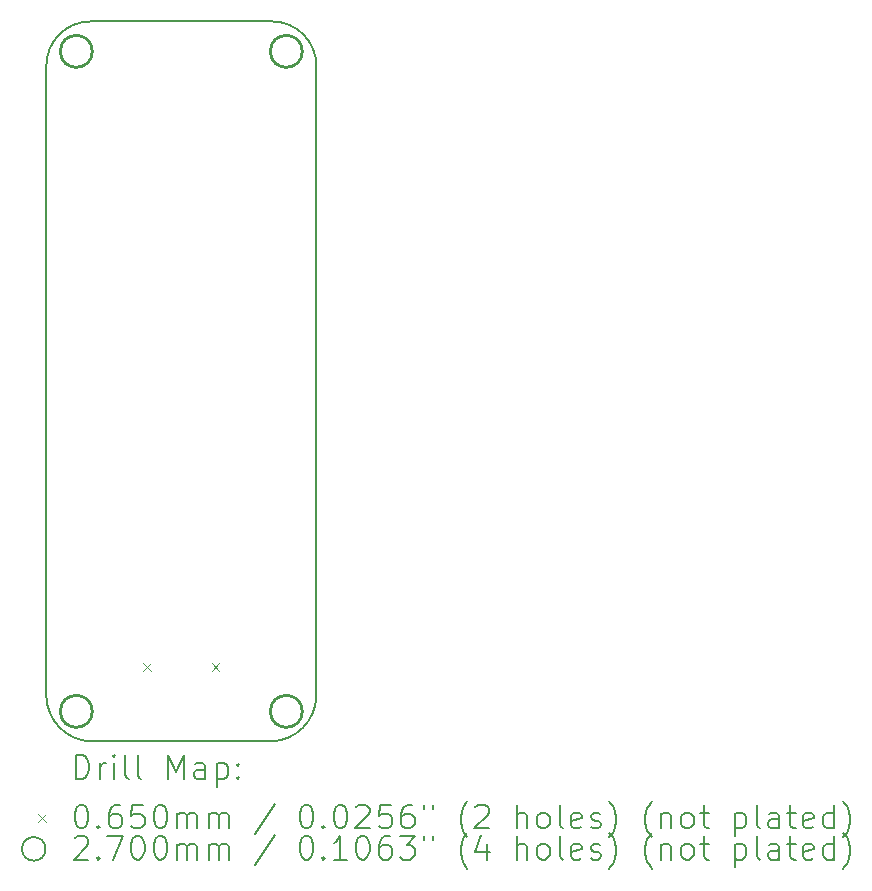
<source format=gbr>
%FSLAX45Y45*%
G04 Gerber Fmt 4.5, Leading zero omitted, Abs format (unit mm)*
G04 Created by KiCad (PCBNEW (6.0.5)) date 2022-10-28 12:11:36*
%MOMM*%
%LPD*%
G01*
G04 APERTURE LIST*
%TA.AperFunction,Profile*%
%ADD10C,0.127000*%
%TD*%
%ADD11C,0.200000*%
%ADD12C,0.065000*%
%ADD13C,0.270000*%
G04 APERTURE END LIST*
D10*
X8001000Y-13462000D02*
X6477000Y-13462000D01*
X8382000Y-7747000D02*
X8382000Y-13081000D01*
X6477000Y-7366000D02*
X8001000Y-7366000D01*
X6096000Y-13081000D02*
X6096000Y-7747000D01*
X6096000Y-13081000D02*
G75*
G03*
X6477000Y-13462000I391950J10950D01*
G01*
X6477000Y-7366000D02*
G75*
G03*
X6096000Y-7747000I-5570J-375430D01*
G01*
X8382000Y-7747000D02*
G75*
G03*
X8001000Y-7366000I-375430J5570D01*
G01*
X8001000Y-13462000D02*
G75*
G03*
X8382000Y-13081000I-10950J391950D01*
G01*
D11*
D12*
X6917500Y-12801200D02*
X6982500Y-12866200D01*
X6982500Y-12801200D02*
X6917500Y-12866200D01*
X7495500Y-12801200D02*
X7560500Y-12866200D01*
X7560500Y-12801200D02*
X7495500Y-12866200D01*
D13*
X6485000Y-7620000D02*
G75*
G03*
X6485000Y-7620000I-135000J0D01*
G01*
X6485000Y-13208000D02*
G75*
G03*
X6485000Y-13208000I-135000J0D01*
G01*
X8263000Y-7620000D02*
G75*
G03*
X8263000Y-7620000I-135000J0D01*
G01*
X8263000Y-13208000D02*
G75*
G03*
X8263000Y-13208000I-135000J0D01*
G01*
D11*
X6347228Y-13778826D02*
X6347228Y-13578826D01*
X6394847Y-13578826D01*
X6423418Y-13588350D01*
X6442466Y-13607398D01*
X6451990Y-13626445D01*
X6461513Y-13664540D01*
X6461513Y-13693112D01*
X6451990Y-13731207D01*
X6442466Y-13750255D01*
X6423418Y-13769302D01*
X6394847Y-13778826D01*
X6347228Y-13778826D01*
X6547228Y-13778826D02*
X6547228Y-13645493D01*
X6547228Y-13683588D02*
X6556751Y-13664540D01*
X6566275Y-13655017D01*
X6585323Y-13645493D01*
X6604371Y-13645493D01*
X6671037Y-13778826D02*
X6671037Y-13645493D01*
X6671037Y-13578826D02*
X6661513Y-13588350D01*
X6671037Y-13597874D01*
X6680561Y-13588350D01*
X6671037Y-13578826D01*
X6671037Y-13597874D01*
X6794847Y-13778826D02*
X6775799Y-13769302D01*
X6766275Y-13750255D01*
X6766275Y-13578826D01*
X6899609Y-13778826D02*
X6880561Y-13769302D01*
X6871037Y-13750255D01*
X6871037Y-13578826D01*
X7128180Y-13778826D02*
X7128180Y-13578826D01*
X7194847Y-13721683D01*
X7261513Y-13578826D01*
X7261513Y-13778826D01*
X7442466Y-13778826D02*
X7442466Y-13674064D01*
X7432942Y-13655017D01*
X7413894Y-13645493D01*
X7375799Y-13645493D01*
X7356751Y-13655017D01*
X7442466Y-13769302D02*
X7423418Y-13778826D01*
X7375799Y-13778826D01*
X7356751Y-13769302D01*
X7347228Y-13750255D01*
X7347228Y-13731207D01*
X7356751Y-13712159D01*
X7375799Y-13702636D01*
X7423418Y-13702636D01*
X7442466Y-13693112D01*
X7537704Y-13645493D02*
X7537704Y-13845493D01*
X7537704Y-13655017D02*
X7556751Y-13645493D01*
X7594847Y-13645493D01*
X7613894Y-13655017D01*
X7623418Y-13664540D01*
X7632942Y-13683588D01*
X7632942Y-13740731D01*
X7623418Y-13759778D01*
X7613894Y-13769302D01*
X7594847Y-13778826D01*
X7556751Y-13778826D01*
X7537704Y-13769302D01*
X7718656Y-13759778D02*
X7728180Y-13769302D01*
X7718656Y-13778826D01*
X7709132Y-13769302D01*
X7718656Y-13759778D01*
X7718656Y-13778826D01*
X7718656Y-13655017D02*
X7728180Y-13664540D01*
X7718656Y-13674064D01*
X7709132Y-13664540D01*
X7718656Y-13655017D01*
X7718656Y-13674064D01*
D12*
X6024609Y-14075850D02*
X6089609Y-14140850D01*
X6089609Y-14075850D02*
X6024609Y-14140850D01*
D11*
X6385323Y-13998826D02*
X6404371Y-13998826D01*
X6423418Y-14008350D01*
X6432942Y-14017874D01*
X6442466Y-14036921D01*
X6451990Y-14075017D01*
X6451990Y-14122636D01*
X6442466Y-14160731D01*
X6432942Y-14179778D01*
X6423418Y-14189302D01*
X6404371Y-14198826D01*
X6385323Y-14198826D01*
X6366275Y-14189302D01*
X6356751Y-14179778D01*
X6347228Y-14160731D01*
X6337704Y-14122636D01*
X6337704Y-14075017D01*
X6347228Y-14036921D01*
X6356751Y-14017874D01*
X6366275Y-14008350D01*
X6385323Y-13998826D01*
X6537704Y-14179778D02*
X6547228Y-14189302D01*
X6537704Y-14198826D01*
X6528180Y-14189302D01*
X6537704Y-14179778D01*
X6537704Y-14198826D01*
X6718656Y-13998826D02*
X6680561Y-13998826D01*
X6661513Y-14008350D01*
X6651990Y-14017874D01*
X6632942Y-14046445D01*
X6623418Y-14084540D01*
X6623418Y-14160731D01*
X6632942Y-14179778D01*
X6642466Y-14189302D01*
X6661513Y-14198826D01*
X6699609Y-14198826D01*
X6718656Y-14189302D01*
X6728180Y-14179778D01*
X6737704Y-14160731D01*
X6737704Y-14113112D01*
X6728180Y-14094064D01*
X6718656Y-14084540D01*
X6699609Y-14075017D01*
X6661513Y-14075017D01*
X6642466Y-14084540D01*
X6632942Y-14094064D01*
X6623418Y-14113112D01*
X6918656Y-13998826D02*
X6823418Y-13998826D01*
X6813894Y-14094064D01*
X6823418Y-14084540D01*
X6842466Y-14075017D01*
X6890085Y-14075017D01*
X6909132Y-14084540D01*
X6918656Y-14094064D01*
X6928180Y-14113112D01*
X6928180Y-14160731D01*
X6918656Y-14179778D01*
X6909132Y-14189302D01*
X6890085Y-14198826D01*
X6842466Y-14198826D01*
X6823418Y-14189302D01*
X6813894Y-14179778D01*
X7051990Y-13998826D02*
X7071037Y-13998826D01*
X7090085Y-14008350D01*
X7099609Y-14017874D01*
X7109132Y-14036921D01*
X7118656Y-14075017D01*
X7118656Y-14122636D01*
X7109132Y-14160731D01*
X7099609Y-14179778D01*
X7090085Y-14189302D01*
X7071037Y-14198826D01*
X7051990Y-14198826D01*
X7032942Y-14189302D01*
X7023418Y-14179778D01*
X7013894Y-14160731D01*
X7004371Y-14122636D01*
X7004371Y-14075017D01*
X7013894Y-14036921D01*
X7023418Y-14017874D01*
X7032942Y-14008350D01*
X7051990Y-13998826D01*
X7204371Y-14198826D02*
X7204371Y-14065493D01*
X7204371Y-14084540D02*
X7213894Y-14075017D01*
X7232942Y-14065493D01*
X7261513Y-14065493D01*
X7280561Y-14075017D01*
X7290085Y-14094064D01*
X7290085Y-14198826D01*
X7290085Y-14094064D02*
X7299609Y-14075017D01*
X7318656Y-14065493D01*
X7347228Y-14065493D01*
X7366275Y-14075017D01*
X7375799Y-14094064D01*
X7375799Y-14198826D01*
X7471037Y-14198826D02*
X7471037Y-14065493D01*
X7471037Y-14084540D02*
X7480561Y-14075017D01*
X7499609Y-14065493D01*
X7528180Y-14065493D01*
X7547228Y-14075017D01*
X7556751Y-14094064D01*
X7556751Y-14198826D01*
X7556751Y-14094064D02*
X7566275Y-14075017D01*
X7585323Y-14065493D01*
X7613894Y-14065493D01*
X7632942Y-14075017D01*
X7642466Y-14094064D01*
X7642466Y-14198826D01*
X8032942Y-13989302D02*
X7861513Y-14246445D01*
X8290085Y-13998826D02*
X8309132Y-13998826D01*
X8328180Y-14008350D01*
X8337704Y-14017874D01*
X8347228Y-14036921D01*
X8356751Y-14075017D01*
X8356751Y-14122636D01*
X8347228Y-14160731D01*
X8337704Y-14179778D01*
X8328180Y-14189302D01*
X8309132Y-14198826D01*
X8290085Y-14198826D01*
X8271037Y-14189302D01*
X8261513Y-14179778D01*
X8251990Y-14160731D01*
X8242466Y-14122636D01*
X8242466Y-14075017D01*
X8251990Y-14036921D01*
X8261513Y-14017874D01*
X8271037Y-14008350D01*
X8290085Y-13998826D01*
X8442466Y-14179778D02*
X8451990Y-14189302D01*
X8442466Y-14198826D01*
X8432942Y-14189302D01*
X8442466Y-14179778D01*
X8442466Y-14198826D01*
X8575799Y-13998826D02*
X8594847Y-13998826D01*
X8613894Y-14008350D01*
X8623418Y-14017874D01*
X8632942Y-14036921D01*
X8642466Y-14075017D01*
X8642466Y-14122636D01*
X8632942Y-14160731D01*
X8623418Y-14179778D01*
X8613894Y-14189302D01*
X8594847Y-14198826D01*
X8575799Y-14198826D01*
X8556752Y-14189302D01*
X8547228Y-14179778D01*
X8537704Y-14160731D01*
X8528180Y-14122636D01*
X8528180Y-14075017D01*
X8537704Y-14036921D01*
X8547228Y-14017874D01*
X8556752Y-14008350D01*
X8575799Y-13998826D01*
X8718656Y-14017874D02*
X8728180Y-14008350D01*
X8747228Y-13998826D01*
X8794847Y-13998826D01*
X8813894Y-14008350D01*
X8823418Y-14017874D01*
X8832942Y-14036921D01*
X8832942Y-14055969D01*
X8823418Y-14084540D01*
X8709133Y-14198826D01*
X8832942Y-14198826D01*
X9013894Y-13998826D02*
X8918656Y-13998826D01*
X8909133Y-14094064D01*
X8918656Y-14084540D01*
X8937704Y-14075017D01*
X8985323Y-14075017D01*
X9004371Y-14084540D01*
X9013894Y-14094064D01*
X9023418Y-14113112D01*
X9023418Y-14160731D01*
X9013894Y-14179778D01*
X9004371Y-14189302D01*
X8985323Y-14198826D01*
X8937704Y-14198826D01*
X8918656Y-14189302D01*
X8909133Y-14179778D01*
X9194847Y-13998826D02*
X9156752Y-13998826D01*
X9137704Y-14008350D01*
X9128180Y-14017874D01*
X9109133Y-14046445D01*
X9099609Y-14084540D01*
X9099609Y-14160731D01*
X9109133Y-14179778D01*
X9118656Y-14189302D01*
X9137704Y-14198826D01*
X9175799Y-14198826D01*
X9194847Y-14189302D01*
X9204371Y-14179778D01*
X9213894Y-14160731D01*
X9213894Y-14113112D01*
X9204371Y-14094064D01*
X9194847Y-14084540D01*
X9175799Y-14075017D01*
X9137704Y-14075017D01*
X9118656Y-14084540D01*
X9109133Y-14094064D01*
X9099609Y-14113112D01*
X9290085Y-13998826D02*
X9290085Y-14036921D01*
X9366275Y-13998826D02*
X9366275Y-14036921D01*
X9661513Y-14275017D02*
X9651990Y-14265493D01*
X9632942Y-14236921D01*
X9623418Y-14217874D01*
X9613894Y-14189302D01*
X9604371Y-14141683D01*
X9604371Y-14103588D01*
X9613894Y-14055969D01*
X9623418Y-14027398D01*
X9632942Y-14008350D01*
X9651990Y-13979778D01*
X9661513Y-13970255D01*
X9728180Y-14017874D02*
X9737704Y-14008350D01*
X9756752Y-13998826D01*
X9804371Y-13998826D01*
X9823418Y-14008350D01*
X9832942Y-14017874D01*
X9842466Y-14036921D01*
X9842466Y-14055969D01*
X9832942Y-14084540D01*
X9718656Y-14198826D01*
X9842466Y-14198826D01*
X10080561Y-14198826D02*
X10080561Y-13998826D01*
X10166275Y-14198826D02*
X10166275Y-14094064D01*
X10156752Y-14075017D01*
X10137704Y-14065493D01*
X10109133Y-14065493D01*
X10090085Y-14075017D01*
X10080561Y-14084540D01*
X10290085Y-14198826D02*
X10271037Y-14189302D01*
X10261513Y-14179778D01*
X10251990Y-14160731D01*
X10251990Y-14103588D01*
X10261513Y-14084540D01*
X10271037Y-14075017D01*
X10290085Y-14065493D01*
X10318656Y-14065493D01*
X10337704Y-14075017D01*
X10347228Y-14084540D01*
X10356752Y-14103588D01*
X10356752Y-14160731D01*
X10347228Y-14179778D01*
X10337704Y-14189302D01*
X10318656Y-14198826D01*
X10290085Y-14198826D01*
X10471037Y-14198826D02*
X10451990Y-14189302D01*
X10442466Y-14170255D01*
X10442466Y-13998826D01*
X10623418Y-14189302D02*
X10604371Y-14198826D01*
X10566275Y-14198826D01*
X10547228Y-14189302D01*
X10537704Y-14170255D01*
X10537704Y-14094064D01*
X10547228Y-14075017D01*
X10566275Y-14065493D01*
X10604371Y-14065493D01*
X10623418Y-14075017D01*
X10632942Y-14094064D01*
X10632942Y-14113112D01*
X10537704Y-14132159D01*
X10709133Y-14189302D02*
X10728180Y-14198826D01*
X10766275Y-14198826D01*
X10785323Y-14189302D01*
X10794847Y-14170255D01*
X10794847Y-14160731D01*
X10785323Y-14141683D01*
X10766275Y-14132159D01*
X10737704Y-14132159D01*
X10718656Y-14122636D01*
X10709133Y-14103588D01*
X10709133Y-14094064D01*
X10718656Y-14075017D01*
X10737704Y-14065493D01*
X10766275Y-14065493D01*
X10785323Y-14075017D01*
X10861513Y-14275017D02*
X10871037Y-14265493D01*
X10890085Y-14236921D01*
X10899609Y-14217874D01*
X10909133Y-14189302D01*
X10918656Y-14141683D01*
X10918656Y-14103588D01*
X10909133Y-14055969D01*
X10899609Y-14027398D01*
X10890085Y-14008350D01*
X10871037Y-13979778D01*
X10861513Y-13970255D01*
X11223418Y-14275017D02*
X11213894Y-14265493D01*
X11194847Y-14236921D01*
X11185323Y-14217874D01*
X11175799Y-14189302D01*
X11166275Y-14141683D01*
X11166275Y-14103588D01*
X11175799Y-14055969D01*
X11185323Y-14027398D01*
X11194847Y-14008350D01*
X11213894Y-13979778D01*
X11223418Y-13970255D01*
X11299609Y-14065493D02*
X11299609Y-14198826D01*
X11299609Y-14084540D02*
X11309132Y-14075017D01*
X11328180Y-14065493D01*
X11356751Y-14065493D01*
X11375799Y-14075017D01*
X11385323Y-14094064D01*
X11385323Y-14198826D01*
X11509132Y-14198826D02*
X11490085Y-14189302D01*
X11480561Y-14179778D01*
X11471037Y-14160731D01*
X11471037Y-14103588D01*
X11480561Y-14084540D01*
X11490085Y-14075017D01*
X11509132Y-14065493D01*
X11537704Y-14065493D01*
X11556751Y-14075017D01*
X11566275Y-14084540D01*
X11575799Y-14103588D01*
X11575799Y-14160731D01*
X11566275Y-14179778D01*
X11556751Y-14189302D01*
X11537704Y-14198826D01*
X11509132Y-14198826D01*
X11632942Y-14065493D02*
X11709132Y-14065493D01*
X11661513Y-13998826D02*
X11661513Y-14170255D01*
X11671037Y-14189302D01*
X11690085Y-14198826D01*
X11709132Y-14198826D01*
X11928180Y-14065493D02*
X11928180Y-14265493D01*
X11928180Y-14075017D02*
X11947228Y-14065493D01*
X11985323Y-14065493D01*
X12004371Y-14075017D01*
X12013894Y-14084540D01*
X12023418Y-14103588D01*
X12023418Y-14160731D01*
X12013894Y-14179778D01*
X12004371Y-14189302D01*
X11985323Y-14198826D01*
X11947228Y-14198826D01*
X11928180Y-14189302D01*
X12137704Y-14198826D02*
X12118656Y-14189302D01*
X12109132Y-14170255D01*
X12109132Y-13998826D01*
X12299609Y-14198826D02*
X12299609Y-14094064D01*
X12290085Y-14075017D01*
X12271037Y-14065493D01*
X12232942Y-14065493D01*
X12213894Y-14075017D01*
X12299609Y-14189302D02*
X12280561Y-14198826D01*
X12232942Y-14198826D01*
X12213894Y-14189302D01*
X12204371Y-14170255D01*
X12204371Y-14151207D01*
X12213894Y-14132159D01*
X12232942Y-14122636D01*
X12280561Y-14122636D01*
X12299609Y-14113112D01*
X12366275Y-14065493D02*
X12442466Y-14065493D01*
X12394847Y-13998826D02*
X12394847Y-14170255D01*
X12404371Y-14189302D01*
X12423418Y-14198826D01*
X12442466Y-14198826D01*
X12585323Y-14189302D02*
X12566275Y-14198826D01*
X12528180Y-14198826D01*
X12509132Y-14189302D01*
X12499609Y-14170255D01*
X12499609Y-14094064D01*
X12509132Y-14075017D01*
X12528180Y-14065493D01*
X12566275Y-14065493D01*
X12585323Y-14075017D01*
X12594847Y-14094064D01*
X12594847Y-14113112D01*
X12499609Y-14132159D01*
X12766275Y-14198826D02*
X12766275Y-13998826D01*
X12766275Y-14189302D02*
X12747228Y-14198826D01*
X12709132Y-14198826D01*
X12690085Y-14189302D01*
X12680561Y-14179778D01*
X12671037Y-14160731D01*
X12671037Y-14103588D01*
X12680561Y-14084540D01*
X12690085Y-14075017D01*
X12709132Y-14065493D01*
X12747228Y-14065493D01*
X12766275Y-14075017D01*
X12842466Y-14275017D02*
X12851990Y-14265493D01*
X12871037Y-14236921D01*
X12880561Y-14217874D01*
X12890085Y-14189302D01*
X12899609Y-14141683D01*
X12899609Y-14103588D01*
X12890085Y-14055969D01*
X12880561Y-14027398D01*
X12871037Y-14008350D01*
X12851990Y-13979778D01*
X12842466Y-13970255D01*
X6089609Y-14372350D02*
G75*
G03*
X6089609Y-14372350I-100000J0D01*
G01*
X6337704Y-14281874D02*
X6347228Y-14272350D01*
X6366275Y-14262826D01*
X6413894Y-14262826D01*
X6432942Y-14272350D01*
X6442466Y-14281874D01*
X6451990Y-14300921D01*
X6451990Y-14319969D01*
X6442466Y-14348540D01*
X6328180Y-14462826D01*
X6451990Y-14462826D01*
X6537704Y-14443778D02*
X6547228Y-14453302D01*
X6537704Y-14462826D01*
X6528180Y-14453302D01*
X6537704Y-14443778D01*
X6537704Y-14462826D01*
X6613894Y-14262826D02*
X6747228Y-14262826D01*
X6661513Y-14462826D01*
X6861513Y-14262826D02*
X6880561Y-14262826D01*
X6899609Y-14272350D01*
X6909132Y-14281874D01*
X6918656Y-14300921D01*
X6928180Y-14339017D01*
X6928180Y-14386636D01*
X6918656Y-14424731D01*
X6909132Y-14443778D01*
X6899609Y-14453302D01*
X6880561Y-14462826D01*
X6861513Y-14462826D01*
X6842466Y-14453302D01*
X6832942Y-14443778D01*
X6823418Y-14424731D01*
X6813894Y-14386636D01*
X6813894Y-14339017D01*
X6823418Y-14300921D01*
X6832942Y-14281874D01*
X6842466Y-14272350D01*
X6861513Y-14262826D01*
X7051990Y-14262826D02*
X7071037Y-14262826D01*
X7090085Y-14272350D01*
X7099609Y-14281874D01*
X7109132Y-14300921D01*
X7118656Y-14339017D01*
X7118656Y-14386636D01*
X7109132Y-14424731D01*
X7099609Y-14443778D01*
X7090085Y-14453302D01*
X7071037Y-14462826D01*
X7051990Y-14462826D01*
X7032942Y-14453302D01*
X7023418Y-14443778D01*
X7013894Y-14424731D01*
X7004371Y-14386636D01*
X7004371Y-14339017D01*
X7013894Y-14300921D01*
X7023418Y-14281874D01*
X7032942Y-14272350D01*
X7051990Y-14262826D01*
X7204371Y-14462826D02*
X7204371Y-14329493D01*
X7204371Y-14348540D02*
X7213894Y-14339017D01*
X7232942Y-14329493D01*
X7261513Y-14329493D01*
X7280561Y-14339017D01*
X7290085Y-14358064D01*
X7290085Y-14462826D01*
X7290085Y-14358064D02*
X7299609Y-14339017D01*
X7318656Y-14329493D01*
X7347228Y-14329493D01*
X7366275Y-14339017D01*
X7375799Y-14358064D01*
X7375799Y-14462826D01*
X7471037Y-14462826D02*
X7471037Y-14329493D01*
X7471037Y-14348540D02*
X7480561Y-14339017D01*
X7499609Y-14329493D01*
X7528180Y-14329493D01*
X7547228Y-14339017D01*
X7556751Y-14358064D01*
X7556751Y-14462826D01*
X7556751Y-14358064D02*
X7566275Y-14339017D01*
X7585323Y-14329493D01*
X7613894Y-14329493D01*
X7632942Y-14339017D01*
X7642466Y-14358064D01*
X7642466Y-14462826D01*
X8032942Y-14253302D02*
X7861513Y-14510445D01*
X8290085Y-14262826D02*
X8309132Y-14262826D01*
X8328180Y-14272350D01*
X8337704Y-14281874D01*
X8347228Y-14300921D01*
X8356751Y-14339017D01*
X8356751Y-14386636D01*
X8347228Y-14424731D01*
X8337704Y-14443778D01*
X8328180Y-14453302D01*
X8309132Y-14462826D01*
X8290085Y-14462826D01*
X8271037Y-14453302D01*
X8261513Y-14443778D01*
X8251990Y-14424731D01*
X8242466Y-14386636D01*
X8242466Y-14339017D01*
X8251990Y-14300921D01*
X8261513Y-14281874D01*
X8271037Y-14272350D01*
X8290085Y-14262826D01*
X8442466Y-14443778D02*
X8451990Y-14453302D01*
X8442466Y-14462826D01*
X8432942Y-14453302D01*
X8442466Y-14443778D01*
X8442466Y-14462826D01*
X8642466Y-14462826D02*
X8528180Y-14462826D01*
X8585323Y-14462826D02*
X8585323Y-14262826D01*
X8566275Y-14291398D01*
X8547228Y-14310445D01*
X8528180Y-14319969D01*
X8766275Y-14262826D02*
X8785323Y-14262826D01*
X8804371Y-14272350D01*
X8813894Y-14281874D01*
X8823418Y-14300921D01*
X8832942Y-14339017D01*
X8832942Y-14386636D01*
X8823418Y-14424731D01*
X8813894Y-14443778D01*
X8804371Y-14453302D01*
X8785323Y-14462826D01*
X8766275Y-14462826D01*
X8747228Y-14453302D01*
X8737704Y-14443778D01*
X8728180Y-14424731D01*
X8718656Y-14386636D01*
X8718656Y-14339017D01*
X8728180Y-14300921D01*
X8737704Y-14281874D01*
X8747228Y-14272350D01*
X8766275Y-14262826D01*
X9004371Y-14262826D02*
X8966275Y-14262826D01*
X8947228Y-14272350D01*
X8937704Y-14281874D01*
X8918656Y-14310445D01*
X8909133Y-14348540D01*
X8909133Y-14424731D01*
X8918656Y-14443778D01*
X8928180Y-14453302D01*
X8947228Y-14462826D01*
X8985323Y-14462826D01*
X9004371Y-14453302D01*
X9013894Y-14443778D01*
X9023418Y-14424731D01*
X9023418Y-14377112D01*
X9013894Y-14358064D01*
X9004371Y-14348540D01*
X8985323Y-14339017D01*
X8947228Y-14339017D01*
X8928180Y-14348540D01*
X8918656Y-14358064D01*
X8909133Y-14377112D01*
X9090085Y-14262826D02*
X9213894Y-14262826D01*
X9147228Y-14339017D01*
X9175799Y-14339017D01*
X9194847Y-14348540D01*
X9204371Y-14358064D01*
X9213894Y-14377112D01*
X9213894Y-14424731D01*
X9204371Y-14443778D01*
X9194847Y-14453302D01*
X9175799Y-14462826D01*
X9118656Y-14462826D01*
X9099609Y-14453302D01*
X9090085Y-14443778D01*
X9290085Y-14262826D02*
X9290085Y-14300921D01*
X9366275Y-14262826D02*
X9366275Y-14300921D01*
X9661513Y-14539017D02*
X9651990Y-14529493D01*
X9632942Y-14500921D01*
X9623418Y-14481874D01*
X9613894Y-14453302D01*
X9604371Y-14405683D01*
X9604371Y-14367588D01*
X9613894Y-14319969D01*
X9623418Y-14291398D01*
X9632942Y-14272350D01*
X9651990Y-14243778D01*
X9661513Y-14234255D01*
X9823418Y-14329493D02*
X9823418Y-14462826D01*
X9775799Y-14253302D02*
X9728180Y-14396159D01*
X9851990Y-14396159D01*
X10080561Y-14462826D02*
X10080561Y-14262826D01*
X10166275Y-14462826D02*
X10166275Y-14358064D01*
X10156752Y-14339017D01*
X10137704Y-14329493D01*
X10109133Y-14329493D01*
X10090085Y-14339017D01*
X10080561Y-14348540D01*
X10290085Y-14462826D02*
X10271037Y-14453302D01*
X10261513Y-14443778D01*
X10251990Y-14424731D01*
X10251990Y-14367588D01*
X10261513Y-14348540D01*
X10271037Y-14339017D01*
X10290085Y-14329493D01*
X10318656Y-14329493D01*
X10337704Y-14339017D01*
X10347228Y-14348540D01*
X10356752Y-14367588D01*
X10356752Y-14424731D01*
X10347228Y-14443778D01*
X10337704Y-14453302D01*
X10318656Y-14462826D01*
X10290085Y-14462826D01*
X10471037Y-14462826D02*
X10451990Y-14453302D01*
X10442466Y-14434255D01*
X10442466Y-14262826D01*
X10623418Y-14453302D02*
X10604371Y-14462826D01*
X10566275Y-14462826D01*
X10547228Y-14453302D01*
X10537704Y-14434255D01*
X10537704Y-14358064D01*
X10547228Y-14339017D01*
X10566275Y-14329493D01*
X10604371Y-14329493D01*
X10623418Y-14339017D01*
X10632942Y-14358064D01*
X10632942Y-14377112D01*
X10537704Y-14396159D01*
X10709133Y-14453302D02*
X10728180Y-14462826D01*
X10766275Y-14462826D01*
X10785323Y-14453302D01*
X10794847Y-14434255D01*
X10794847Y-14424731D01*
X10785323Y-14405683D01*
X10766275Y-14396159D01*
X10737704Y-14396159D01*
X10718656Y-14386636D01*
X10709133Y-14367588D01*
X10709133Y-14358064D01*
X10718656Y-14339017D01*
X10737704Y-14329493D01*
X10766275Y-14329493D01*
X10785323Y-14339017D01*
X10861513Y-14539017D02*
X10871037Y-14529493D01*
X10890085Y-14500921D01*
X10899609Y-14481874D01*
X10909133Y-14453302D01*
X10918656Y-14405683D01*
X10918656Y-14367588D01*
X10909133Y-14319969D01*
X10899609Y-14291398D01*
X10890085Y-14272350D01*
X10871037Y-14243778D01*
X10861513Y-14234255D01*
X11223418Y-14539017D02*
X11213894Y-14529493D01*
X11194847Y-14500921D01*
X11185323Y-14481874D01*
X11175799Y-14453302D01*
X11166275Y-14405683D01*
X11166275Y-14367588D01*
X11175799Y-14319969D01*
X11185323Y-14291398D01*
X11194847Y-14272350D01*
X11213894Y-14243778D01*
X11223418Y-14234255D01*
X11299609Y-14329493D02*
X11299609Y-14462826D01*
X11299609Y-14348540D02*
X11309132Y-14339017D01*
X11328180Y-14329493D01*
X11356751Y-14329493D01*
X11375799Y-14339017D01*
X11385323Y-14358064D01*
X11385323Y-14462826D01*
X11509132Y-14462826D02*
X11490085Y-14453302D01*
X11480561Y-14443778D01*
X11471037Y-14424731D01*
X11471037Y-14367588D01*
X11480561Y-14348540D01*
X11490085Y-14339017D01*
X11509132Y-14329493D01*
X11537704Y-14329493D01*
X11556751Y-14339017D01*
X11566275Y-14348540D01*
X11575799Y-14367588D01*
X11575799Y-14424731D01*
X11566275Y-14443778D01*
X11556751Y-14453302D01*
X11537704Y-14462826D01*
X11509132Y-14462826D01*
X11632942Y-14329493D02*
X11709132Y-14329493D01*
X11661513Y-14262826D02*
X11661513Y-14434255D01*
X11671037Y-14453302D01*
X11690085Y-14462826D01*
X11709132Y-14462826D01*
X11928180Y-14329493D02*
X11928180Y-14529493D01*
X11928180Y-14339017D02*
X11947228Y-14329493D01*
X11985323Y-14329493D01*
X12004371Y-14339017D01*
X12013894Y-14348540D01*
X12023418Y-14367588D01*
X12023418Y-14424731D01*
X12013894Y-14443778D01*
X12004371Y-14453302D01*
X11985323Y-14462826D01*
X11947228Y-14462826D01*
X11928180Y-14453302D01*
X12137704Y-14462826D02*
X12118656Y-14453302D01*
X12109132Y-14434255D01*
X12109132Y-14262826D01*
X12299609Y-14462826D02*
X12299609Y-14358064D01*
X12290085Y-14339017D01*
X12271037Y-14329493D01*
X12232942Y-14329493D01*
X12213894Y-14339017D01*
X12299609Y-14453302D02*
X12280561Y-14462826D01*
X12232942Y-14462826D01*
X12213894Y-14453302D01*
X12204371Y-14434255D01*
X12204371Y-14415207D01*
X12213894Y-14396159D01*
X12232942Y-14386636D01*
X12280561Y-14386636D01*
X12299609Y-14377112D01*
X12366275Y-14329493D02*
X12442466Y-14329493D01*
X12394847Y-14262826D02*
X12394847Y-14434255D01*
X12404371Y-14453302D01*
X12423418Y-14462826D01*
X12442466Y-14462826D01*
X12585323Y-14453302D02*
X12566275Y-14462826D01*
X12528180Y-14462826D01*
X12509132Y-14453302D01*
X12499609Y-14434255D01*
X12499609Y-14358064D01*
X12509132Y-14339017D01*
X12528180Y-14329493D01*
X12566275Y-14329493D01*
X12585323Y-14339017D01*
X12594847Y-14358064D01*
X12594847Y-14377112D01*
X12499609Y-14396159D01*
X12766275Y-14462826D02*
X12766275Y-14262826D01*
X12766275Y-14453302D02*
X12747228Y-14462826D01*
X12709132Y-14462826D01*
X12690085Y-14453302D01*
X12680561Y-14443778D01*
X12671037Y-14424731D01*
X12671037Y-14367588D01*
X12680561Y-14348540D01*
X12690085Y-14339017D01*
X12709132Y-14329493D01*
X12747228Y-14329493D01*
X12766275Y-14339017D01*
X12842466Y-14539017D02*
X12851990Y-14529493D01*
X12871037Y-14500921D01*
X12880561Y-14481874D01*
X12890085Y-14453302D01*
X12899609Y-14405683D01*
X12899609Y-14367588D01*
X12890085Y-14319969D01*
X12880561Y-14291398D01*
X12871037Y-14272350D01*
X12851990Y-14243778D01*
X12842466Y-14234255D01*
M02*

</source>
